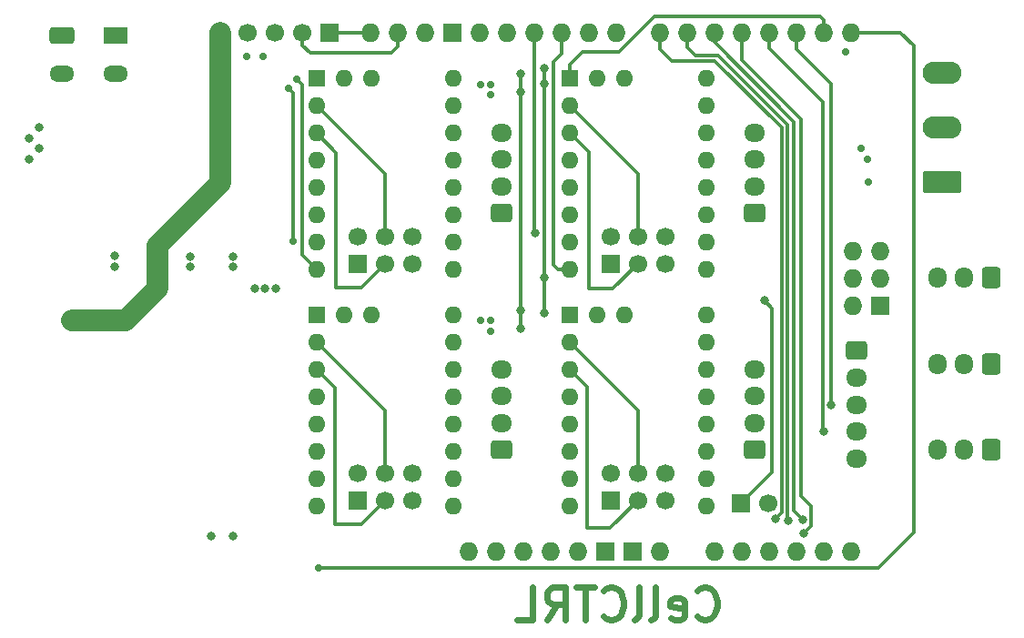
<source format=gbr>
%TF.GenerationSoftware,KiCad,Pcbnew,9.0.6*%
%TF.CreationDate,2026-02-22T19:23:35+01:00*%
%TF.ProjectId,MPC01,4d504330-312e-46b6-9963-61645f706362,V0.1*%
%TF.SameCoordinates,Original*%
%TF.FileFunction,Copper,L4,Bot*%
%TF.FilePolarity,Positive*%
%FSLAX46Y46*%
G04 Gerber Fmt 4.6, Leading zero omitted, Abs format (unit mm)*
G04 Created by KiCad (PCBNEW 9.0.6) date 2026-02-22 19:23:35*
%MOMM*%
%LPD*%
G01*
G04 APERTURE LIST*
G04 Aperture macros list*
%AMRoundRect*
0 Rectangle with rounded corners*
0 $1 Rounding radius*
0 $2 $3 $4 $5 $6 $7 $8 $9 X,Y pos of 4 corners*
0 Add a 4 corners polygon primitive as box body*
4,1,4,$2,$3,$4,$5,$6,$7,$8,$9,$2,$3,0*
0 Add four circle primitives for the rounded corners*
1,1,$1+$1,$2,$3*
1,1,$1+$1,$4,$5*
1,1,$1+$1,$6,$7*
1,1,$1+$1,$8,$9*
0 Add four rect primitives between the rounded corners*
20,1,$1+$1,$2,$3,$4,$5,0*
20,1,$1+$1,$4,$5,$6,$7,0*
20,1,$1+$1,$6,$7,$8,$9,0*
20,1,$1+$1,$8,$9,$2,$3,0*%
G04 Aperture macros list end*
%ADD10C,0.600000*%
%TA.AperFunction,NonConductor*%
%ADD11C,0.600000*%
%TD*%
%TA.AperFunction,ComponentPad*%
%ADD12R,1.600000X1.600000*%
%TD*%
%TA.AperFunction,ComponentPad*%
%ADD13O,1.600000X1.600000*%
%TD*%
%TA.AperFunction,ComponentPad*%
%ADD14R,1.700000X1.700000*%
%TD*%
%TA.AperFunction,ComponentPad*%
%ADD15C,1.700000*%
%TD*%
%TA.AperFunction,ComponentPad*%
%ADD16R,2.300000X1.500000*%
%TD*%
%TA.AperFunction,ComponentPad*%
%ADD17RoundRect,0.250001X-0.899999X0.499999X-0.899999X-0.499999X0.899999X-0.499999X0.899999X0.499999X0*%
%TD*%
%TA.AperFunction,ComponentPad*%
%ADD18O,2.300000X1.500000*%
%TD*%
%TA.AperFunction,ComponentPad*%
%ADD19RoundRect,0.249999X1.550001X-0.790001X1.550001X0.790001X-1.550001X0.790001X-1.550001X-0.790001X0*%
%TD*%
%TA.AperFunction,ComponentPad*%
%ADD20O,3.600000X2.080000*%
%TD*%
%TA.AperFunction,ComponentPad*%
%ADD21RoundRect,0.250000X0.600000X0.725000X-0.600000X0.725000X-0.600000X-0.725000X0.600000X-0.725000X0*%
%TD*%
%TA.AperFunction,ComponentPad*%
%ADD22O,1.700000X1.950000*%
%TD*%
%TA.AperFunction,ComponentPad*%
%ADD23RoundRect,0.250000X0.725000X-0.600000X0.725000X0.600000X-0.725000X0.600000X-0.725000X-0.600000X0*%
%TD*%
%TA.AperFunction,ComponentPad*%
%ADD24O,1.950000X1.700000*%
%TD*%
%TA.AperFunction,ComponentPad*%
%ADD25RoundRect,0.250000X-0.725000X0.600000X-0.725000X-0.600000X0.725000X-0.600000X0.725000X0.600000X0*%
%TD*%
%TA.AperFunction,ComponentPad*%
%ADD26O,1.727200X1.727200*%
%TD*%
%TA.AperFunction,ComponentPad*%
%ADD27R,1.727200X1.727200*%
%TD*%
%TA.AperFunction,ViaPad*%
%ADD28C,0.800000*%
%TD*%
%TA.AperFunction,ViaPad*%
%ADD29C,0.700000*%
%TD*%
%TA.AperFunction,Conductor*%
%ADD30C,0.300000*%
%TD*%
%TA.AperFunction,Conductor*%
%ADD31C,2.000000*%
%TD*%
G04 APERTURE END LIST*
D10*
D11*
X129176692Y-103515942D02*
X129319549Y-103658800D01*
X129319549Y-103658800D02*
X129748121Y-103801657D01*
X129748121Y-103801657D02*
X130033835Y-103801657D01*
X130033835Y-103801657D02*
X130462406Y-103658800D01*
X130462406Y-103658800D02*
X130748121Y-103373085D01*
X130748121Y-103373085D02*
X130890978Y-103087371D01*
X130890978Y-103087371D02*
X131033835Y-102515942D01*
X131033835Y-102515942D02*
X131033835Y-102087371D01*
X131033835Y-102087371D02*
X130890978Y-101515942D01*
X130890978Y-101515942D02*
X130748121Y-101230228D01*
X130748121Y-101230228D02*
X130462406Y-100944514D01*
X130462406Y-100944514D02*
X130033835Y-100801657D01*
X130033835Y-100801657D02*
X129748121Y-100801657D01*
X129748121Y-100801657D02*
X129319549Y-100944514D01*
X129319549Y-100944514D02*
X129176692Y-101087371D01*
X126748121Y-103658800D02*
X127033835Y-103801657D01*
X127033835Y-103801657D02*
X127605264Y-103801657D01*
X127605264Y-103801657D02*
X127890978Y-103658800D01*
X127890978Y-103658800D02*
X128033835Y-103373085D01*
X128033835Y-103373085D02*
X128033835Y-102230228D01*
X128033835Y-102230228D02*
X127890978Y-101944514D01*
X127890978Y-101944514D02*
X127605264Y-101801657D01*
X127605264Y-101801657D02*
X127033835Y-101801657D01*
X127033835Y-101801657D02*
X126748121Y-101944514D01*
X126748121Y-101944514D02*
X126605264Y-102230228D01*
X126605264Y-102230228D02*
X126605264Y-102515942D01*
X126605264Y-102515942D02*
X128033835Y-102801657D01*
X124890977Y-103801657D02*
X125176692Y-103658800D01*
X125176692Y-103658800D02*
X125319549Y-103373085D01*
X125319549Y-103373085D02*
X125319549Y-100801657D01*
X123319548Y-103801657D02*
X123605263Y-103658800D01*
X123605263Y-103658800D02*
X123748120Y-103373085D01*
X123748120Y-103373085D02*
X123748120Y-100801657D01*
X120462405Y-103515942D02*
X120605262Y-103658800D01*
X120605262Y-103658800D02*
X121033834Y-103801657D01*
X121033834Y-103801657D02*
X121319548Y-103801657D01*
X121319548Y-103801657D02*
X121748119Y-103658800D01*
X121748119Y-103658800D02*
X122033834Y-103373085D01*
X122033834Y-103373085D02*
X122176691Y-103087371D01*
X122176691Y-103087371D02*
X122319548Y-102515942D01*
X122319548Y-102515942D02*
X122319548Y-102087371D01*
X122319548Y-102087371D02*
X122176691Y-101515942D01*
X122176691Y-101515942D02*
X122033834Y-101230228D01*
X122033834Y-101230228D02*
X121748119Y-100944514D01*
X121748119Y-100944514D02*
X121319548Y-100801657D01*
X121319548Y-100801657D02*
X121033834Y-100801657D01*
X121033834Y-100801657D02*
X120605262Y-100944514D01*
X120605262Y-100944514D02*
X120462405Y-101087371D01*
X119605262Y-100801657D02*
X117890977Y-100801657D01*
X118748119Y-103801657D02*
X118748119Y-100801657D01*
X115176691Y-103801657D02*
X116176691Y-102373085D01*
X116890977Y-103801657D02*
X116890977Y-100801657D01*
X116890977Y-100801657D02*
X115748120Y-100801657D01*
X115748120Y-100801657D02*
X115462405Y-100944514D01*
X115462405Y-100944514D02*
X115319548Y-101087371D01*
X115319548Y-101087371D02*
X115176691Y-101373085D01*
X115176691Y-101373085D02*
X115176691Y-101801657D01*
X115176691Y-101801657D02*
X115319548Y-102087371D01*
X115319548Y-102087371D02*
X115462405Y-102230228D01*
X115462405Y-102230228D02*
X115748120Y-102373085D01*
X115748120Y-102373085D02*
X116890977Y-102373085D01*
X112462405Y-103801657D02*
X113890977Y-103801657D01*
X113890977Y-103801657D02*
X113890977Y-100801657D01*
D12*
%TO.P,A2,1,EN*%
%TO.N,ENABLE*%
X93775000Y-53460000D03*
D13*
%TO.P,A2,2,MS1*%
%TO.N,Net-(A2-MS1)*%
X93775000Y-56000000D03*
%TO.P,A2,3,MS2*%
%TO.N,Net-(A2-MS2)*%
X93775000Y-58540000D03*
%TO.P,A2,4,RX*%
%TO.N,Net-(A2-RX)*%
X93775000Y-61080000D03*
%TO.P,A2,5,TX*%
%TO.N,unconnected-(A2-TX-Pad5)*%
X93775000Y-63620000D03*
%TO.P,A2,6,CLK*%
%TO.N,unconnected-(A2-CLK-Pad6)*%
X93775000Y-66160000D03*
%TO.P,A2,7,STEP*%
%TO.N,STEP1*%
X93775000Y-68700000D03*
%TO.P,A2,8,DIR*%
%TO.N,DIR1*%
X93775000Y-71240000D03*
%TO.P,A2,9,GND*%
%TO.N,GND*%
X106475000Y-71240000D03*
%TO.P,A2,10,VIO*%
%TO.N,5V*%
X106475000Y-68700000D03*
%TO.P,A2,11,B2*%
%TO.N,Net-(A2-B2)*%
X106475000Y-66160000D03*
%TO.P,A2,12,B1*%
%TO.N,Net-(A2-B1)*%
X106475000Y-63620000D03*
%TO.P,A2,13,A1*%
%TO.N,Net-(A2-A1)*%
X106475000Y-61080000D03*
%TO.P,A2,14,A2*%
%TO.N,Net-(A2-A2)*%
X106475000Y-58540000D03*
%TO.P,A2,15,GND*%
%TO.N,GND*%
X106475000Y-56000000D03*
%TO.P,A2,16,VM*%
%TO.N,+24V*%
X106475000Y-53460000D03*
%TO.P,A2,18,DIAG*%
%TO.N,unconnected-(A2-DIAG-Pad18)*%
X98850000Y-53460000D03*
%TO.P,A2,19,VREF*%
%TO.N,unconnected-(A2-VREF-Pad19)*%
X96310000Y-53460000D03*
%TD*%
D14*
%TO.P,J9,1,Pin_1*%
%TO.N,5V*%
X121100000Y-70700000D03*
D15*
%TO.P,J9,2,Pin_2*%
%TO.N,Net-(A3-MS2)*%
X123640000Y-70700000D03*
%TO.P,J9,3,Pin_3*%
%TO.N,GND*%
X126180000Y-70700000D03*
%TO.P,J9,4,Pin_4*%
X121100000Y-68160000D03*
%TO.P,J9,5,Pin_5*%
%TO.N,Net-(A3-MS1)*%
X123640000Y-68160000D03*
%TO.P,J9,6,Pin_6*%
%TO.N,5V*%
X126180000Y-68160000D03*
%TD*%
D16*
%TO.P,J1,1,Pin_1*%
%TO.N,Net-(J1-Pin_1)*%
X75100000Y-49500000D03*
D17*
X70100000Y-49500000D03*
D18*
%TO.P,J1,2,Pin_2*%
%TO.N,GND*%
X75100000Y-53000000D03*
X70100000Y-53000000D03*
%TD*%
D19*
%TO.P,J2,1,Pin_1*%
%TO.N,Net-(D2-A2)*%
X152000000Y-63080000D03*
D20*
%TO.P,J2,2,Pin_2*%
%TO.N,GND*%
X152000000Y-58000000D03*
%TO.P,J2,3,Pin_3*%
%TO.N,Net-(D2-A1)*%
X152000000Y-52920000D03*
%TD*%
D21*
%TO.P,J5,1,Pin_1*%
%TO.N,Net-(J4-Pin_1)*%
X156500000Y-80025000D03*
D22*
%TO.P,J5,2,Pin_2*%
%TO.N,GND*%
X154000000Y-80025000D03*
%TO.P,J5,3,Pin_3*%
%TO.N,EndstopY*%
X151500000Y-80025000D03*
%TD*%
D12*
%TO.P,A4,1,EN*%
%TO.N,ENABLE*%
X93775000Y-75460000D03*
D13*
%TO.P,A4,2,MS1*%
%TO.N,Net-(A4-MS1)*%
X93775000Y-78000000D03*
%TO.P,A4,3,MS2*%
%TO.N,Net-(A4-MS2)*%
X93775000Y-80540000D03*
%TO.P,A4,4,RX*%
%TO.N,Net-(A4-RX)*%
X93775000Y-83080000D03*
%TO.P,A4,5,TX*%
%TO.N,unconnected-(A4-TX-Pad5)*%
X93775000Y-85620000D03*
%TO.P,A4,6,CLK*%
%TO.N,unconnected-(A4-CLK-Pad6)*%
X93775000Y-88160000D03*
%TO.P,A4,7,STEP*%
%TO.N,STEP3*%
X93775000Y-90700000D03*
%TO.P,A4,8,DIR*%
%TO.N,DIR3*%
X93775000Y-93240000D03*
%TO.P,A4,9,GND*%
%TO.N,GND*%
X106475000Y-93240000D03*
%TO.P,A4,10,VIO*%
%TO.N,5V*%
X106475000Y-90700000D03*
%TO.P,A4,11,B2*%
%TO.N,Net-(A4-B2)*%
X106475000Y-88160000D03*
%TO.P,A4,12,B1*%
%TO.N,Net-(A4-B1)*%
X106475000Y-85620000D03*
%TO.P,A4,13,A1*%
%TO.N,Net-(A4-A1)*%
X106475000Y-83080000D03*
%TO.P,A4,14,A2*%
%TO.N,Net-(A4-A2)*%
X106475000Y-80540000D03*
%TO.P,A4,15,GND*%
%TO.N,GND*%
X106475000Y-78000000D03*
%TO.P,A4,16,VM*%
%TO.N,+24V*%
X106475000Y-75460000D03*
%TO.P,A4,18,DIAG*%
%TO.N,unconnected-(A4-DIAG-Pad18)*%
X98850000Y-75460000D03*
%TO.P,A4,19,VREF*%
%TO.N,unconnected-(A4-VREF-Pad19)*%
X96310000Y-75460000D03*
%TD*%
D23*
%TO.P,J14,1,Pin_1*%
%TO.N,Net-(A4-B2)*%
X111000000Y-88000000D03*
D24*
%TO.P,J14,2,Pin_2*%
%TO.N,Net-(A4-B1)*%
X111000000Y-85500000D03*
%TO.P,J14,3,Pin_3*%
%TO.N,Net-(A4-A1)*%
X111000000Y-83000000D03*
%TO.P,J14,4,Pin_4*%
%TO.N,Net-(A4-A2)*%
X111000000Y-80500000D03*
%TD*%
D23*
%TO.P,J15,1,Pin_1*%
%TO.N,Net-(A5-B2)*%
X134540000Y-88000000D03*
D24*
%TO.P,J15,2,Pin_2*%
%TO.N,Net-(A5-B1)*%
X134540000Y-85500000D03*
%TO.P,J15,3,Pin_3*%
%TO.N,Net-(A5-A1)*%
X134540000Y-83000000D03*
%TO.P,J15,4,Pin_4*%
%TO.N,Net-(A5-A2)*%
X134540000Y-80500000D03*
%TD*%
D23*
%TO.P,J13,1,Pin_1*%
%TO.N,Net-(A3-B2)*%
X134540000Y-66000000D03*
D24*
%TO.P,J13,2,Pin_2*%
%TO.N,Net-(A3-B1)*%
X134540000Y-63500000D03*
%TO.P,J13,3,Pin_3*%
%TO.N,Net-(A3-A1)*%
X134540000Y-61000000D03*
%TO.P,J13,4,Pin_4*%
%TO.N,Net-(A3-A2)*%
X134540000Y-58500000D03*
%TD*%
D25*
%TO.P,J3,1,Pin_1*%
%TO.N,GND*%
X144000000Y-78800000D03*
D24*
%TO.P,J3,2,Pin_2*%
%TO.N,5V*%
X144000000Y-81300000D03*
%TO.P,J3,3,Pin_3*%
%TO.N,Motor1*%
X144000000Y-83800000D03*
%TO.P,J3,4,Pin_4*%
%TO.N,Motor2*%
X144000000Y-86300000D03*
%TO.P,J3,5,Pin_5*%
%TO.N,unconnected-(J3-Pin_5-Pad5)*%
X144000000Y-88800000D03*
%TD*%
D23*
%TO.P,J12,1,Pin_1*%
%TO.N,Net-(A2-B2)*%
X111000000Y-66000000D03*
D24*
%TO.P,J12,2,Pin_2*%
%TO.N,Net-(A2-B1)*%
X111000000Y-63500000D03*
%TO.P,J12,3,Pin_3*%
%TO.N,Net-(A2-A1)*%
X111000000Y-61000000D03*
%TO.P,J12,4,Pin_4*%
%TO.N,Net-(A2-A2)*%
X111000000Y-58500000D03*
%TD*%
D14*
%TO.P,J16,1,Pin_1*%
%TO.N,Net-(J16-Pin_1)*%
X95000000Y-49200000D03*
D15*
%TO.P,J16,2,Pin_2*%
%TO.N,Net-(J16-Pin_2)*%
X92460000Y-49200000D03*
%TO.P,J16,3,Pin_3*%
%TO.N,+24V*%
X89920000Y-49200000D03*
%TO.P,J16,4,Pin_4*%
%TO.N,GND*%
X87380000Y-49200000D03*
%TO.P,J16,5,Pin_5*%
%TO.N,5V*%
X84840000Y-49200000D03*
%TD*%
D12*
%TO.P,A3,1,EN*%
%TO.N,ENABLE*%
X117315000Y-53460000D03*
D13*
%TO.P,A3,2,MS1*%
%TO.N,Net-(A3-MS1)*%
X117315000Y-56000000D03*
%TO.P,A3,3,MS2*%
%TO.N,Net-(A3-MS2)*%
X117315000Y-58540000D03*
%TO.P,A3,4,RX*%
%TO.N,Net-(A3-RX)*%
X117315000Y-61080000D03*
%TO.P,A3,5,TX*%
%TO.N,unconnected-(A3-TX-Pad5)*%
X117315000Y-63620000D03*
%TO.P,A3,6,CLK*%
%TO.N,unconnected-(A3-CLK-Pad6)*%
X117315000Y-66160000D03*
%TO.P,A3,7,STEP*%
%TO.N,STEP2*%
X117315000Y-68700000D03*
%TO.P,A3,8,DIR*%
%TO.N,DIR2*%
X117315000Y-71240000D03*
%TO.P,A3,9,GND*%
%TO.N,GND*%
X130015000Y-71240000D03*
%TO.P,A3,10,VIO*%
%TO.N,5V*%
X130015000Y-68700000D03*
%TO.P,A3,11,B2*%
%TO.N,Net-(A3-B2)*%
X130015000Y-66160000D03*
%TO.P,A3,12,B1*%
%TO.N,Net-(A3-B1)*%
X130015000Y-63620000D03*
%TO.P,A3,13,A1*%
%TO.N,Net-(A3-A1)*%
X130015000Y-61080000D03*
%TO.P,A3,14,A2*%
%TO.N,Net-(A3-A2)*%
X130015000Y-58540000D03*
%TO.P,A3,15,GND*%
%TO.N,GND*%
X130015000Y-56000000D03*
%TO.P,A3,16,VM*%
%TO.N,+24V*%
X130015000Y-53460000D03*
%TO.P,A3,18,DIAG*%
%TO.N,unconnected-(A3-DIAG-Pad18)*%
X122390000Y-53460000D03*
%TO.P,A3,19,VREF*%
%TO.N,unconnected-(A3-VREF-Pad19)*%
X119850000Y-53460000D03*
%TD*%
D14*
%TO.P,J7,1,Pin_1*%
%TO.N,PDNUart*%
X133275000Y-93000000D03*
D15*
%TO.P,J7,2,Pin_2*%
%TO.N,Net-(J7-Pin_2)*%
X135815000Y-93000000D03*
%TD*%
D14*
%TO.P,J8,1,Pin_1*%
%TO.N,5V*%
X97600000Y-70700000D03*
D15*
%TO.P,J8,2,Pin_2*%
%TO.N,Net-(A2-MS2)*%
X100140000Y-70700000D03*
%TO.P,J8,3,Pin_3*%
%TO.N,GND*%
X102680000Y-70700000D03*
%TO.P,J8,4,Pin_4*%
X97600000Y-68160000D03*
%TO.P,J8,5,Pin_5*%
%TO.N,Net-(A2-MS1)*%
X100140000Y-68160000D03*
%TO.P,J8,6,Pin_6*%
%TO.N,5V*%
X102680000Y-68160000D03*
%TD*%
D26*
%TO.P,A1,*%
%TO.N,*%
X107940000Y-97460000D03*
%TO.P,A1,3V3,3.3V*%
%TO.N,+3V3*%
X115560000Y-97460000D03*
%TO.P,A1,5V1,5V*%
%TO.N,unconnected-(A1-5V-Pad5V1)*%
X118100000Y-97460000D03*
%TO.P,A1,5V2,SPI_5V*%
%TO.N,unconnected-(A1-SPI_5V-Pad5V2)*%
X146167000Y-69520000D03*
%TO.P,A1,A0,A0*%
%TO.N,EndstopZ*%
X130800000Y-97460000D03*
%TO.P,A1,A1,A1*%
%TO.N,EndstopY*%
X133340000Y-97460000D03*
%TO.P,A1,A2,A2*%
%TO.N,EndstopX*%
X135880000Y-97460000D03*
%TO.P,A1,A3,A3*%
%TO.N,RS485_DE{slash}RE*%
X138420000Y-97460000D03*
%TO.P,A1,A4,A4*%
%TO.N,TX*%
X140960000Y-97460000D03*
%TO.P,A1,A5,A5*%
%TO.N,RX*%
X143500000Y-97460000D03*
%TO.P,A1,AREF,AREF*%
%TO.N,unconnected-(A1-PadAREF)*%
X103876000Y-49200000D03*
%TO.P,A1,D0,D0/RX*%
%TO.N,PGOOD*%
X143500000Y-49200000D03*
%TO.P,A1,D1,D1/TX*%
%TO.N,ENABLE*%
X140960000Y-49200000D03*
%TO.P,A1,D2,D2_INT0*%
%TO.N,Motor1*%
X138420000Y-49200000D03*
%TO.P,A1,D3,D3_INT1*%
%TO.N,Motor2*%
X135880000Y-49200000D03*
%TO.P,A1,D4,D4*%
%TO.N,DIR3*%
X133340000Y-49200000D03*
%TO.P,A1,D5,D5*%
%TO.N,STEP3*%
X130800000Y-49200000D03*
%TO.P,A1,D6,D6*%
%TO.N,DIR4*%
X128260000Y-49200000D03*
%TO.P,A1,D7,D7*%
%TO.N,STEP4*%
X125720000Y-49200000D03*
%TO.P,A1,D8,D8*%
%TO.N,RS485_RX*%
X121656000Y-49200000D03*
%TO.P,A1,D9,D9*%
%TO.N,RS485_TX*%
X119116000Y-49200000D03*
%TO.P,A1,D10,D10_CS*%
%TO.N,DIR2*%
X116576000Y-49200000D03*
%TO.P,A1,D11,D11*%
%TO.N,STEP2*%
X114036000Y-49200000D03*
%TO.P,A1,D12,D12*%
%TO.N,DIR1*%
X111496000Y-49200000D03*
%TO.P,A1,D13,D13*%
%TO.N,STEP1*%
X108956000Y-49200000D03*
D27*
%TO.P,A1,GND1,GND*%
%TO.N,GND*%
X106416000Y-49200000D03*
%TO.P,A1,GND2,GND*%
X120640000Y-97460000D03*
%TO.P,A1,GND3,GND*%
X123180000Y-97460000D03*
%TO.P,A1,GND4,SPI_GND*%
%TO.N,unconnected-(A1-SPI_GND-PadGND4)*%
X146167000Y-74600000D03*
D26*
%TO.P,A1,IORF,IOREF*%
%TO.N,unconnected-(A1-IOREF-PadIORF)*%
X110480000Y-97460000D03*
%TO.P,A1,MISO,SPI_MISO*%
%TO.N,unconnected-(A1-SPI_MISO-PadMISO)*%
X143627000Y-69520000D03*
%TO.P,A1,MOSI,SPI_MOSI*%
%TO.N,unconnected-(A1-SPI_MOSI-PadMOSI)*%
X146167000Y-72060000D03*
%TO.P,A1,RST1,RESET*%
%TO.N,unconnected-(A1-RESET-PadRST1)*%
X113020000Y-97460000D03*
%TO.P,A1,RST2,SPI_RESET*%
%TO.N,unconnected-(A1-SPI_RESET-PadRST2)*%
X143627000Y-74600000D03*
%TO.P,A1,SCK,SPI_SCK*%
%TO.N,unconnected-(A1-SPI_SCK-PadSCK)*%
X143627000Y-72060000D03*
%TO.P,A1,SCL,SCL*%
%TO.N,Net-(J16-Pin_1)*%
X98796000Y-49200000D03*
%TO.P,A1,SDA,SDA*%
%TO.N,Net-(J16-Pin_2)*%
X101336000Y-49200000D03*
%TO.P,A1,VIN,VIN*%
%TO.N,5V*%
X125720000Y-97460000D03*
%TD*%
D21*
%TO.P,J6,1,Pin_1*%
%TO.N,Net-(J4-Pin_1)*%
X156500000Y-88025000D03*
D22*
%TO.P,J6,2,Pin_2*%
%TO.N,GND*%
X154000000Y-88025000D03*
%TO.P,J6,3,Pin_3*%
%TO.N,EndstopZ*%
X151500000Y-88025000D03*
%TD*%
D14*
%TO.P,J10,1,Pin_1*%
%TO.N,5V*%
X97600000Y-92700000D03*
D15*
%TO.P,J10,2,Pin_2*%
%TO.N,Net-(A4-MS2)*%
X100140000Y-92700000D03*
%TO.P,J10,3,Pin_3*%
%TO.N,GND*%
X102680000Y-92700000D03*
%TO.P,J10,4,Pin_4*%
X97600000Y-90160000D03*
%TO.P,J10,5,Pin_5*%
%TO.N,Net-(A4-MS1)*%
X100140000Y-90160000D03*
%TO.P,J10,6,Pin_6*%
%TO.N,5V*%
X102680000Y-90160000D03*
%TD*%
D12*
%TO.P,A5,1,EN*%
%TO.N,ENABLE*%
X117315000Y-75460000D03*
D13*
%TO.P,A5,2,MS1*%
%TO.N,Net-(A5-MS1)*%
X117315000Y-78000000D03*
%TO.P,A5,3,MS2*%
%TO.N,Net-(A5-MS2)*%
X117315000Y-80540000D03*
%TO.P,A5,4,RX*%
%TO.N,Net-(A5-RX)*%
X117315000Y-83080000D03*
%TO.P,A5,5,TX*%
%TO.N,unconnected-(A5-TX-Pad5)*%
X117315000Y-85620000D03*
%TO.P,A5,6,CLK*%
%TO.N,unconnected-(A5-CLK-Pad6)*%
X117315000Y-88160000D03*
%TO.P,A5,7,STEP*%
%TO.N,STEP4*%
X117315000Y-90700000D03*
%TO.P,A5,8,DIR*%
%TO.N,DIR4*%
X117315000Y-93240000D03*
%TO.P,A5,9,GND*%
%TO.N,GND*%
X130015000Y-93240000D03*
%TO.P,A5,10,VIO*%
%TO.N,5V*%
X130015000Y-90700000D03*
%TO.P,A5,11,B2*%
%TO.N,Net-(A5-B2)*%
X130015000Y-88160000D03*
%TO.P,A5,12,B1*%
%TO.N,Net-(A5-B1)*%
X130015000Y-85620000D03*
%TO.P,A5,13,A1*%
%TO.N,Net-(A5-A1)*%
X130015000Y-83080000D03*
%TO.P,A5,14,A2*%
%TO.N,Net-(A5-A2)*%
X130015000Y-80540000D03*
%TO.P,A5,15,GND*%
%TO.N,GND*%
X130015000Y-78000000D03*
%TO.P,A5,16,VM*%
%TO.N,+24V*%
X130015000Y-75460000D03*
%TO.P,A5,18,DIAG*%
%TO.N,unconnected-(A5-DIAG-Pad18)*%
X122390000Y-75460000D03*
%TO.P,A5,19,VREF*%
%TO.N,unconnected-(A5-VREF-Pad19)*%
X119850000Y-75460000D03*
%TD*%
D14*
%TO.P,J11,1,Pin_1*%
%TO.N,5V*%
X121100000Y-92700000D03*
D15*
%TO.P,J11,2,Pin_2*%
%TO.N,Net-(A5-MS2)*%
X123640000Y-92700000D03*
%TO.P,J11,3,Pin_3*%
%TO.N,GND*%
X126180000Y-92700000D03*
%TO.P,J11,4,Pin_4*%
X121100000Y-90160000D03*
%TO.P,J11,5,Pin_5*%
%TO.N,Net-(A5-MS1)*%
X123640000Y-90160000D03*
%TO.P,J11,6,Pin_6*%
%TO.N,5V*%
X126180000Y-90160000D03*
%TD*%
D21*
%TO.P,J4,1,Pin_1*%
%TO.N,Net-(J4-Pin_1)*%
X156500000Y-72000000D03*
D22*
%TO.P,J4,2,Pin_2*%
%TO.N,GND*%
X154000000Y-72000000D03*
%TO.P,J4,3,Pin_3*%
%TO.N,EndstopX*%
X151500000Y-72000000D03*
%TD*%
D28*
%TO.N,STEP2*%
X114100000Y-67800000D03*
D29*
%TO.N,GND*%
X144400000Y-60000000D03*
X145100000Y-63100000D03*
X143000000Y-51000000D03*
D28*
X82000000Y-71000000D03*
X86000000Y-96000000D03*
X75000000Y-69976636D03*
X82000000Y-70000000D03*
X75000000Y-71000000D03*
X84000000Y-96000000D03*
%TO.N,DIR4*%
X137625000Y-94625000D03*
%TO.N,STEP3*%
X139000000Y-94500000D03*
D29*
%TO.N,PGOOD*%
X94000000Y-99000000D03*
%TO.N,STEP1*%
X91600000Y-68600000D03*
X91200000Y-54400000D03*
D28*
%TO.N,Motor2*%
X140950000Y-86300000D03*
%TO.N,DIR3*%
X139100000Y-95750000D03*
D29*
%TO.N,DIR1*%
X91900000Y-53500000D03*
D28*
%TO.N,Motor1*%
X141600000Y-83800000D03*
D29*
%TO.N,5V*%
X71000000Y-76000000D03*
X145000000Y-61000000D03*
X73000000Y-76000000D03*
D28*
%TO.N,STEP4*%
X136450000Y-94448000D03*
%TO.N,+24V*%
X68000000Y-58000000D03*
X86000000Y-71000000D03*
D29*
X110000000Y-54000000D03*
D28*
X68000000Y-60000000D03*
X90000000Y-73000000D03*
D29*
X109000000Y-76000000D03*
D28*
X89000000Y-73000000D03*
X86000000Y-70000000D03*
D29*
X109000000Y-54000000D03*
D28*
X88000000Y-73000000D03*
D29*
X110000000Y-76000000D03*
X110000000Y-77000000D03*
D28*
X67000000Y-59000000D03*
D29*
X110000000Y-55000000D03*
X87300000Y-51400000D03*
X88800000Y-51400000D03*
D28*
X67000000Y-61000000D03*
%TO.N,ENABLE*%
X115000000Y-52500000D03*
X115000000Y-75250000D03*
X115000000Y-53950000D03*
X115000000Y-72000000D03*
%TO.N,PDNUart*%
X112800000Y-54700000D03*
X112800000Y-53000000D03*
X112800000Y-75000000D03*
X112800000Y-76700000D03*
X135425000Y-74125000D03*
%TD*%
D30*
%TO.N,STEP2*%
X114036000Y-49200000D02*
X114036000Y-67736000D01*
X114036000Y-67736000D02*
X114100000Y-67800000D01*
%TO.N,DIR4*%
X131149000Y-51299000D02*
X137600000Y-57750000D01*
X128260000Y-50560000D02*
X128999000Y-51299000D01*
X128999000Y-51299000D02*
X131149000Y-51299000D01*
X128260000Y-49200000D02*
X128260000Y-50560000D01*
X137600000Y-57750000D02*
X137600000Y-94600000D01*
X137600000Y-94600000D02*
X137625000Y-94625000D01*
%TO.N,DIR2*%
X115800000Y-51900000D02*
X115800000Y-70800000D01*
X116576000Y-49200000D02*
X116576000Y-51124000D01*
X116240000Y-71240000D02*
X117315000Y-71240000D01*
X116576000Y-51124000D02*
X115800000Y-51900000D01*
X115800000Y-70800000D02*
X116240000Y-71240000D01*
%TO.N,STEP3*%
X130800000Y-50100000D02*
X130800000Y-49200000D01*
X139000000Y-94500000D02*
X138200000Y-93700000D01*
X138200000Y-57500000D02*
X130800000Y-50100000D01*
X138200000Y-93700000D02*
X138200000Y-57500000D01*
%TO.N,PGOOD*%
X149300000Y-50400000D02*
X149300000Y-95700000D01*
X149300000Y-95700000D02*
X146000000Y-99000000D01*
X146000000Y-99000000D02*
X94000000Y-99000000D01*
X148100000Y-49200000D02*
X149300000Y-50400000D01*
X143500000Y-49200000D02*
X148100000Y-49200000D01*
%TO.N,STEP1*%
X91200000Y-54400000D02*
X91600000Y-54800000D01*
X91600000Y-54800000D02*
X91600000Y-68600000D01*
%TO.N,Motor2*%
X140850000Y-86200000D02*
X140950000Y-86300000D01*
X135880000Y-49200000D02*
X135880000Y-50680000D01*
X140850000Y-55650000D02*
X140850000Y-86200000D01*
X135880000Y-50680000D02*
X140850000Y-55650000D01*
%TO.N,DIR3*%
X133340000Y-51790000D02*
X138800000Y-57250000D01*
X133340000Y-49200000D02*
X133340000Y-51790000D01*
X139751000Y-93251000D02*
X139751000Y-95099000D01*
X139751000Y-95099000D02*
X139100000Y-95750000D01*
X138800000Y-92300000D02*
X139751000Y-93251000D01*
X138800000Y-57250000D02*
X138800000Y-92300000D01*
%TO.N,DIR1*%
X92400000Y-54000000D02*
X92400000Y-69865000D01*
X92400000Y-69865000D02*
X93775000Y-71240000D01*
X91900000Y-53500000D02*
X92400000Y-54000000D01*
%TO.N,Motor1*%
X141600000Y-53935000D02*
X138420000Y-50755000D01*
X141600000Y-83800000D02*
X141600000Y-53935000D01*
X138420000Y-50755000D02*
X138420000Y-49200000D01*
D31*
%TO.N,5V*%
X73000000Y-76000000D02*
X76000000Y-76000000D01*
X71000000Y-76000000D02*
X73000000Y-76000000D01*
X79000000Y-73000000D02*
X79000000Y-69000000D01*
X84840000Y-63160000D02*
X84840000Y-49200000D01*
X76000000Y-76000000D02*
X79000000Y-73000000D01*
X79000000Y-69000000D02*
X84840000Y-63160000D01*
D30*
%TO.N,STEP4*%
X126800000Y-51800000D02*
X130800000Y-51800000D01*
X125720000Y-49200000D02*
X125720000Y-50720000D01*
X125720000Y-50720000D02*
X126800000Y-51800000D01*
X137050000Y-93848000D02*
X136450000Y-94448000D01*
X130800000Y-51800000D02*
X137050000Y-58050000D01*
X137050000Y-58050000D02*
X137050000Y-93848000D01*
%TO.N,Net-(A2-MS1)*%
X100140000Y-62365000D02*
X93775000Y-56000000D01*
X100140000Y-68160000D02*
X100140000Y-62365000D01*
%TO.N,Net-(A2-MS2)*%
X93775000Y-58540000D02*
X95600000Y-60365000D01*
X95600000Y-72900000D02*
X97940000Y-72900000D01*
X97940000Y-72900000D02*
X100140000Y-70700000D01*
X95600000Y-60365000D02*
X95600000Y-72900000D01*
%TO.N,ENABLE*%
X140600000Y-47700000D02*
X125200000Y-47700000D01*
X115000000Y-53950000D02*
X115000000Y-72000000D01*
X125200000Y-47700000D02*
X121900000Y-51000000D01*
X140960000Y-48060000D02*
X140600000Y-47700000D01*
X140960000Y-49200000D02*
X140960000Y-48060000D01*
X117315000Y-52185000D02*
X117315000Y-53460000D01*
X121900000Y-51000000D02*
X118500000Y-51000000D01*
X115000000Y-72000000D02*
X115000000Y-75250000D01*
X118500000Y-51000000D02*
X117315000Y-52185000D01*
X115000000Y-52500000D02*
X115000000Y-53950000D01*
%TO.N,Net-(A3-MS1)*%
X123640000Y-62325000D02*
X117315000Y-56000000D01*
X123640000Y-68160000D02*
X123640000Y-62325000D01*
%TO.N,Net-(A3-MS2)*%
X119100000Y-73000000D02*
X121340000Y-73000000D01*
X119100000Y-60325000D02*
X119100000Y-73000000D01*
X117315000Y-58540000D02*
X119100000Y-60325000D01*
X121340000Y-73000000D02*
X123640000Y-70700000D01*
%TO.N,Net-(A4-MS1)*%
X100140000Y-90160000D02*
X100140000Y-84365000D01*
X100140000Y-84365000D02*
X93775000Y-78000000D01*
%TO.N,Net-(A4-MS2)*%
X93775000Y-80540000D02*
X95500000Y-82265000D01*
X95500000Y-82265000D02*
X95500000Y-94900000D01*
X95500000Y-94900000D02*
X97940000Y-94900000D01*
X97940000Y-94900000D02*
X100140000Y-92700000D01*
%TO.N,Net-(A5-MS1)*%
X123640000Y-90160000D02*
X123640000Y-84325000D01*
X123640000Y-84325000D02*
X117315000Y-78000000D01*
%TO.N,Net-(A5-MS2)*%
X121040000Y-95300000D02*
X123640000Y-92700000D01*
X117315000Y-80540000D02*
X118900000Y-82125000D01*
X118900000Y-82125000D02*
X118900000Y-95300000D01*
X118900000Y-95300000D02*
X121040000Y-95300000D01*
%TO.N,PDNUart*%
X135425000Y-74125000D02*
X136150000Y-74850000D01*
X136150000Y-90125000D02*
X133275000Y-93000000D01*
X112800000Y-53000000D02*
X112800000Y-54700000D01*
X112800000Y-54700000D02*
X112800000Y-75000000D01*
X136150000Y-74850000D02*
X136150000Y-90125000D01*
X112800000Y-75000000D02*
X112800000Y-76700000D01*
%TO.N,Net-(J16-Pin_2)*%
X101336000Y-50464000D02*
X101336000Y-49200000D01*
X92460000Y-49200000D02*
X92460000Y-50360000D01*
X93200000Y-51100000D02*
X100700000Y-51100000D01*
X100700000Y-51100000D02*
X101336000Y-50464000D01*
X92460000Y-50360000D02*
X93200000Y-51100000D01*
%TO.N,Net-(J16-Pin_1)*%
X95000000Y-49200000D02*
X98796000Y-49200000D01*
%TD*%
M02*

</source>
